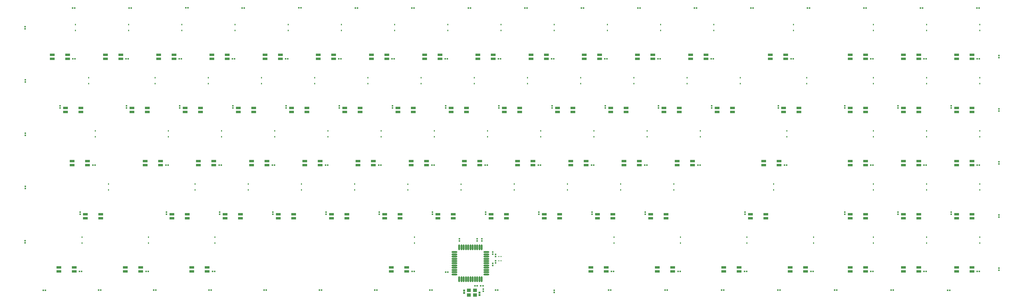
<source format=gbp>
G04*
G04 #@! TF.GenerationSoftware,Altium Limited,Altium Designer,21.2.2 (38)*
G04*
G04 Layer_Color=128*
%FSLAX25Y25*%
%MOIN*%
G70*
G04*
G04 #@! TF.SameCoordinates,D2681F19-CCD1-4E4B-9F87-FD34C08DC50C*
G04*
G04*
G04 #@! TF.FilePolarity,Positive*
G04*
G01*
G75*
%ADD13R,0.07087X0.03228*%
%ADD33R,0.05512X0.04724*%
%ADD34R,0.02520X0.02677*%
%ADD35R,0.02047X0.02205*%
%ADD36R,0.01772X0.02323*%
%ADD37R,0.01772X0.01772*%
%ADD38R,0.02165X0.02165*%
%ADD39O,0.02362X0.08071*%
%ADD40O,0.08071X0.02362*%
%ADD41R,0.02205X0.02047*%
D13*
X219047Y113539D02*
D03*
Y119051D02*
D03*
X240700Y113539D02*
D03*
Y119051D02*
D03*
X537803Y263539D02*
D03*
Y269051D02*
D03*
X559457Y263539D02*
D03*
Y269051D02*
D03*
X294047Y113539D02*
D03*
Y119051D02*
D03*
X315700Y113539D02*
D03*
Y119051D02*
D03*
X237802Y263539D02*
D03*
Y269051D02*
D03*
X259456Y263539D02*
D03*
Y269051D02*
D03*
X444047Y113539D02*
D03*
Y119051D02*
D03*
X465701Y113539D02*
D03*
Y119051D02*
D03*
X1250303Y113539D02*
D03*
Y119051D02*
D03*
X1271957Y113539D02*
D03*
Y119051D02*
D03*
X612803Y263539D02*
D03*
Y269051D02*
D03*
X634457Y263539D02*
D03*
Y269051D02*
D03*
X69046Y263539D02*
D03*
Y269051D02*
D03*
X90700Y263539D02*
D03*
Y269051D02*
D03*
X462803Y263539D02*
D03*
Y269051D02*
D03*
X484457Y263539D02*
D03*
Y269051D02*
D03*
X550075Y44050D02*
D03*
Y38539D02*
D03*
X528421Y44050D02*
D03*
Y38539D02*
D03*
X1325303Y113539D02*
D03*
Y119051D02*
D03*
X1346957Y113539D02*
D03*
Y119051D02*
D03*
X1175303Y113539D02*
D03*
Y119051D02*
D03*
X1196957Y113539D02*
D03*
Y119051D02*
D03*
X1346957Y194051D02*
D03*
Y188539D02*
D03*
X1325303Y194051D02*
D03*
Y188539D02*
D03*
X1271957Y194051D02*
D03*
Y188539D02*
D03*
X1250303Y194051D02*
D03*
Y188539D02*
D03*
X1196957Y194051D02*
D03*
Y188539D02*
D03*
X1175303Y194051D02*
D03*
Y188539D02*
D03*
X278200Y194051D02*
D03*
Y188539D02*
D03*
X256547Y194051D02*
D03*
Y188539D02*
D03*
X925075Y44050D02*
D03*
Y38539D02*
D03*
X903421Y44050D02*
D03*
Y38539D02*
D03*
X1034674Y113539D02*
D03*
Y119051D02*
D03*
X1056327Y113539D02*
D03*
Y119051D02*
D03*
X1346957Y44050D02*
D03*
Y38539D02*
D03*
X1325303Y44050D02*
D03*
Y38539D02*
D03*
X1112575Y44050D02*
D03*
Y38539D02*
D03*
X1090921Y44050D02*
D03*
Y38539D02*
D03*
X831327Y44050D02*
D03*
Y38539D02*
D03*
X809674Y44050D02*
D03*
Y38539D02*
D03*
X387803Y263539D02*
D03*
Y269051D02*
D03*
X409457Y263539D02*
D03*
Y269051D02*
D03*
X162802Y263539D02*
D03*
Y269051D02*
D03*
X184456Y263539D02*
D03*
Y269051D02*
D03*
X1346957Y344056D02*
D03*
Y338544D02*
D03*
X1325303Y344056D02*
D03*
Y338544D02*
D03*
Y263539D02*
D03*
Y269051D02*
D03*
X1346957Y263539D02*
D03*
Y269051D02*
D03*
X837803Y263539D02*
D03*
Y269051D02*
D03*
X859457Y263539D02*
D03*
Y269051D02*
D03*
X762803Y263539D02*
D03*
Y269051D02*
D03*
X784457Y263539D02*
D03*
Y269051D02*
D03*
X593969Y113503D02*
D03*
Y119015D02*
D03*
X615623Y113503D02*
D03*
Y119015D02*
D03*
X1018827Y44050D02*
D03*
Y38539D02*
D03*
X997174Y44050D02*
D03*
Y38539D02*
D03*
X669047Y113539D02*
D03*
Y119051D02*
D03*
X690701Y113539D02*
D03*
Y119051D02*
D03*
X175075Y44050D02*
D03*
Y38539D02*
D03*
X153422Y44050D02*
D03*
Y38539D02*
D03*
X97171Y113539D02*
D03*
Y119051D02*
D03*
X118825Y113539D02*
D03*
Y119051D02*
D03*
X1196957Y44050D02*
D03*
Y38539D02*
D03*
X1175303Y44050D02*
D03*
Y38539D02*
D03*
X81325Y44050D02*
D03*
Y38539D02*
D03*
X59671Y44050D02*
D03*
Y38539D02*
D03*
X268825Y44050D02*
D03*
Y38539D02*
D03*
X247172Y44050D02*
D03*
Y38539D02*
D03*
X803201Y194051D02*
D03*
Y188539D02*
D03*
X781547Y194051D02*
D03*
Y188539D02*
D03*
X728201Y194051D02*
D03*
Y188539D02*
D03*
X706547Y194051D02*
D03*
Y188539D02*
D03*
X653201Y194051D02*
D03*
Y188539D02*
D03*
X631547Y194051D02*
D03*
Y188539D02*
D03*
X1196957Y344056D02*
D03*
Y338544D02*
D03*
X1175303Y344056D02*
D03*
Y338544D02*
D03*
X687803Y263539D02*
D03*
Y269051D02*
D03*
X709457Y263539D02*
D03*
Y269051D02*
D03*
X1271957Y344056D02*
D03*
Y338544D02*
D03*
X1250303Y344056D02*
D03*
Y338544D02*
D03*
X578201Y194051D02*
D03*
Y188539D02*
D03*
X556547Y194051D02*
D03*
Y188539D02*
D03*
X503201Y194051D02*
D03*
Y188539D02*
D03*
X481547Y194051D02*
D03*
Y188539D02*
D03*
X428201Y194051D02*
D03*
Y188539D02*
D03*
X406547Y194051D02*
D03*
Y188539D02*
D03*
X71955Y344056D02*
D03*
Y338544D02*
D03*
X50302Y344056D02*
D03*
Y338544D02*
D03*
X1075075Y194051D02*
D03*
Y188539D02*
D03*
X1053421Y194051D02*
D03*
Y188539D02*
D03*
X1250303Y263539D02*
D03*
Y269051D02*
D03*
X1271957Y263539D02*
D03*
Y269051D02*
D03*
X312802Y263539D02*
D03*
Y269051D02*
D03*
X334456Y263539D02*
D03*
Y269051D02*
D03*
X1271957Y44050D02*
D03*
Y38539D02*
D03*
X1250303Y44050D02*
D03*
Y38539D02*
D03*
X1175303Y263539D02*
D03*
Y269051D02*
D03*
X1196957Y263539D02*
D03*
Y269051D02*
D03*
X353200Y194051D02*
D03*
Y188539D02*
D03*
X331547Y194051D02*
D03*
Y188539D02*
D03*
X100075Y194051D02*
D03*
Y188539D02*
D03*
X78421Y194051D02*
D03*
Y188539D02*
D03*
X369047Y113539D02*
D03*
Y119051D02*
D03*
X390701Y113539D02*
D03*
Y119051D02*
D03*
X1084457Y344056D02*
D03*
Y338544D02*
D03*
X1062803Y344056D02*
D03*
Y338544D02*
D03*
X518952Y113503D02*
D03*
Y119015D02*
D03*
X540606Y113503D02*
D03*
Y119015D02*
D03*
X203200Y194051D02*
D03*
Y188539D02*
D03*
X181547Y194051D02*
D03*
Y188539D02*
D03*
X987803Y263539D02*
D03*
Y269051D02*
D03*
X1009457Y263539D02*
D03*
Y269051D02*
D03*
X1081548Y263539D02*
D03*
Y269051D02*
D03*
X1103201Y263539D02*
D03*
Y269051D02*
D03*
X912803Y263539D02*
D03*
Y269051D02*
D03*
X934457Y263539D02*
D03*
Y269051D02*
D03*
X971957Y344056D02*
D03*
Y338544D02*
D03*
X950303Y344056D02*
D03*
Y338544D02*
D03*
X878201Y194051D02*
D03*
Y188539D02*
D03*
X856548Y194051D02*
D03*
Y188539D02*
D03*
X894048Y113539D02*
D03*
Y119051D02*
D03*
X915701Y113539D02*
D03*
Y119051D02*
D03*
X819048Y113539D02*
D03*
Y119051D02*
D03*
X840701Y113539D02*
D03*
Y119051D02*
D03*
X896957Y344056D02*
D03*
Y338544D02*
D03*
X875303Y344056D02*
D03*
Y338544D02*
D03*
X744047Y113539D02*
D03*
Y119051D02*
D03*
X765701Y113539D02*
D03*
Y119051D02*
D03*
X953201Y194051D02*
D03*
Y188539D02*
D03*
X931548Y194051D02*
D03*
Y188539D02*
D03*
X746957Y344056D02*
D03*
Y338544D02*
D03*
X725303Y344056D02*
D03*
Y338544D02*
D03*
X671949Y344056D02*
D03*
Y338544D02*
D03*
X650295Y344056D02*
D03*
Y338544D02*
D03*
X596949Y344056D02*
D03*
Y338544D02*
D03*
X575295Y344056D02*
D03*
Y338544D02*
D03*
X521957Y344056D02*
D03*
Y338544D02*
D03*
X500303Y344056D02*
D03*
Y338544D02*
D03*
X446949Y344056D02*
D03*
Y338544D02*
D03*
X425295Y344056D02*
D03*
Y338544D02*
D03*
X371941Y344056D02*
D03*
Y338544D02*
D03*
X350288Y344056D02*
D03*
Y338544D02*
D03*
X296948Y344056D02*
D03*
Y338544D02*
D03*
X275294Y344056D02*
D03*
Y338544D02*
D03*
X221948Y344056D02*
D03*
Y338544D02*
D03*
X200294Y344056D02*
D03*
Y338544D02*
D03*
X146948Y344056D02*
D03*
Y338544D02*
D03*
X125294Y344056D02*
D03*
Y338544D02*
D03*
X821957Y344056D02*
D03*
Y338544D02*
D03*
X800303Y344056D02*
D03*
Y338544D02*
D03*
D33*
X637669Y5054D02*
D03*
Y11746D02*
D03*
X646331D02*
D03*
Y5054D02*
D03*
D34*
X631000Y11532D02*
D03*
Y8068D02*
D03*
X652600Y5000D02*
D03*
Y8465D02*
D03*
D35*
X675400Y53535D02*
D03*
Y50465D02*
D03*
X1385200Y340204D02*
D03*
Y343196D02*
D03*
X1385200Y267791D02*
D03*
Y264798D02*
D03*
X1385228Y193219D02*
D03*
Y190226D02*
D03*
Y118219D02*
D03*
Y115226D02*
D03*
Y43219D02*
D03*
Y40227D02*
D03*
X758029Y11944D02*
D03*
Y8952D02*
D03*
X12224Y78886D02*
D03*
Y81878D02*
D03*
X12428Y155571D02*
D03*
Y158563D02*
D03*
Y230471D02*
D03*
Y233463D02*
D03*
Y305771D02*
D03*
Y308763D02*
D03*
X12162Y380650D02*
D03*
Y383642D02*
D03*
X624269Y81504D02*
D03*
Y84496D02*
D03*
X671300Y46904D02*
D03*
Y49896D02*
D03*
Y65696D02*
D03*
Y62704D02*
D03*
X656000Y84496D02*
D03*
Y81504D02*
D03*
X649400Y81504D02*
D03*
Y84496D02*
D03*
X675415Y59419D02*
D03*
Y62490D02*
D03*
X658000Y10504D02*
D03*
Y13496D02*
D03*
X61500Y272196D02*
D03*
Y269204D02*
D03*
X586423Y122161D02*
D03*
Y119169D02*
D03*
X511406Y122161D02*
D03*
Y119169D02*
D03*
X530257Y272196D02*
D03*
Y269204D02*
D03*
X980257Y272196D02*
D03*
Y269204D02*
D03*
X1074001Y272196D02*
D03*
Y269204D02*
D03*
X905257Y272196D02*
D03*
Y269204D02*
D03*
X211500Y122196D02*
D03*
Y119204D02*
D03*
X286500Y122196D02*
D03*
Y119204D02*
D03*
X230256Y272196D02*
D03*
Y269204D02*
D03*
X436501Y122196D02*
D03*
Y119204D02*
D03*
X1242757Y122196D02*
D03*
Y119204D02*
D03*
X605257Y272196D02*
D03*
Y269204D02*
D03*
X455257Y272196D02*
D03*
Y269204D02*
D03*
X1317757Y122196D02*
D03*
Y119204D02*
D03*
X1167757Y122196D02*
D03*
Y119204D02*
D03*
X1027127Y122196D02*
D03*
Y119204D02*
D03*
X380257Y272196D02*
D03*
Y269204D02*
D03*
X155256Y272196D02*
D03*
Y269204D02*
D03*
X1317757Y272196D02*
D03*
Y269204D02*
D03*
X830257Y272196D02*
D03*
Y269204D02*
D03*
X755257Y272196D02*
D03*
Y269204D02*
D03*
X661501Y122196D02*
D03*
Y119204D02*
D03*
X89625Y122196D02*
D03*
Y119204D02*
D03*
X680257Y272196D02*
D03*
Y269204D02*
D03*
X1242757Y272196D02*
D03*
Y269204D02*
D03*
X305256Y272196D02*
D03*
Y269204D02*
D03*
X1167757Y272196D02*
D03*
Y269204D02*
D03*
X361501Y122196D02*
D03*
Y119204D02*
D03*
X886501Y122196D02*
D03*
Y119204D02*
D03*
X811501Y122196D02*
D03*
Y119204D02*
D03*
X736501Y122196D02*
D03*
Y119204D02*
D03*
D36*
X251745Y161648D02*
D03*
Y153341D02*
D03*
X457994Y386653D02*
D03*
Y378346D02*
D03*
X626668Y153306D02*
D03*
Y161613D02*
D03*
X551650Y153306D02*
D03*
Y161613D02*
D03*
X570502Y303341D02*
D03*
Y311648D02*
D03*
X589246Y228341D02*
D03*
Y236648D02*
D03*
X1020502Y303341D02*
D03*
Y311648D02*
D03*
X1114246Y303341D02*
D03*
Y311648D02*
D03*
X945502Y303341D02*
D03*
Y311648D02*
D03*
X326745Y153341D02*
D03*
Y161648D02*
D03*
X270500Y303341D02*
D03*
Y311648D02*
D03*
X476746Y153341D02*
D03*
Y161648D02*
D03*
X1283002Y153341D02*
D03*
Y161648D02*
D03*
X645502Y303341D02*
D03*
Y311648D02*
D03*
X101744Y303341D02*
D03*
Y311648D02*
D03*
X495502Y303341D02*
D03*
Y311648D02*
D03*
X561120Y78341D02*
D03*
Y86648D02*
D03*
X1358002Y153341D02*
D03*
Y161648D02*
D03*
X1208002Y153341D02*
D03*
Y161648D02*
D03*
X1358002Y228341D02*
D03*
Y236648D02*
D03*
X1283002Y228341D02*
D03*
Y236648D02*
D03*
X1208002Y228341D02*
D03*
Y236648D02*
D03*
X289245Y228341D02*
D03*
Y236648D02*
D03*
X936120Y78341D02*
D03*
Y86648D02*
D03*
X1067372Y153341D02*
D03*
Y161648D02*
D03*
X1358002Y78341D02*
D03*
Y86648D02*
D03*
X1123620Y78341D02*
D03*
Y86648D02*
D03*
X842372Y78341D02*
D03*
Y86648D02*
D03*
X420502Y303341D02*
D03*
Y311648D02*
D03*
X195500Y303341D02*
D03*
Y311648D02*
D03*
X1358002Y378346D02*
D03*
Y386653D02*
D03*
Y303341D02*
D03*
Y311648D02*
D03*
X870502Y303341D02*
D03*
Y311648D02*
D03*
X795502Y303341D02*
D03*
Y311648D02*
D03*
X1029872Y78341D02*
D03*
Y86648D02*
D03*
X701746Y153341D02*
D03*
Y161648D02*
D03*
X186120Y78341D02*
D03*
Y86648D02*
D03*
X129869Y153341D02*
D03*
Y161648D02*
D03*
X1208002Y78341D02*
D03*
Y86648D02*
D03*
X92369Y78341D02*
D03*
Y86648D02*
D03*
X279870Y78341D02*
D03*
Y86648D02*
D03*
X814246Y228341D02*
D03*
Y236648D02*
D03*
X739246Y228341D02*
D03*
Y236648D02*
D03*
X664246Y228341D02*
D03*
Y236648D02*
D03*
X1208002Y378346D02*
D03*
Y386653D02*
D03*
X720502Y303341D02*
D03*
Y311648D02*
D03*
X1283002Y378346D02*
D03*
Y386653D02*
D03*
X514246Y228341D02*
D03*
Y236648D02*
D03*
X439246Y228341D02*
D03*
Y236648D02*
D03*
X83000Y378346D02*
D03*
Y386653D02*
D03*
X1086120Y228341D02*
D03*
Y236648D02*
D03*
X1283002Y303341D02*
D03*
Y311648D02*
D03*
X345500Y303341D02*
D03*
Y311648D02*
D03*
X1283002Y78341D02*
D03*
Y86648D02*
D03*
X1208002Y303341D02*
D03*
Y311648D02*
D03*
X364245Y228341D02*
D03*
Y236648D02*
D03*
X111119Y228341D02*
D03*
Y236648D02*
D03*
X401746Y153341D02*
D03*
Y161648D02*
D03*
X1095502Y378346D02*
D03*
Y386653D02*
D03*
X214245Y228341D02*
D03*
Y236648D02*
D03*
X983002Y378346D02*
D03*
Y386653D02*
D03*
X889246Y228341D02*
D03*
Y236648D02*
D03*
X758002Y378346D02*
D03*
Y386653D02*
D03*
X682994Y378346D02*
D03*
Y386653D02*
D03*
X607994Y378346D02*
D03*
Y386653D02*
D03*
X533002Y378346D02*
D03*
Y386653D02*
D03*
X382986Y378346D02*
D03*
Y386653D02*
D03*
X307993Y378346D02*
D03*
Y386653D02*
D03*
X232993Y378346D02*
D03*
Y386653D02*
D03*
X157992Y378346D02*
D03*
Y386653D02*
D03*
X833002Y378346D02*
D03*
Y386653D02*
D03*
X926746Y153341D02*
D03*
Y161648D02*
D03*
X851746Y153341D02*
D03*
Y161648D02*
D03*
X908002Y378346D02*
D03*
Y386653D02*
D03*
X776746Y153341D02*
D03*
Y161648D02*
D03*
X964246Y228341D02*
D03*
Y236648D02*
D03*
D37*
X679925Y53600D02*
D03*
X683075D02*
D03*
Y59400D02*
D03*
X679925D02*
D03*
D38*
X654328Y18000D02*
D03*
X657872D02*
D03*
D39*
X655748Y72441D02*
D03*
X652598D02*
D03*
X649449D02*
D03*
X646299D02*
D03*
X643150D02*
D03*
X640000D02*
D03*
X636850D02*
D03*
X633701D02*
D03*
X630551D02*
D03*
X627402D02*
D03*
X624252D02*
D03*
Y27559D02*
D03*
X627402D02*
D03*
X630551D02*
D03*
X633701D02*
D03*
X636850D02*
D03*
X640000D02*
D03*
X643150D02*
D03*
X646299D02*
D03*
X649449D02*
D03*
X652598D02*
D03*
X655748D02*
D03*
D40*
X617559Y65748D02*
D03*
Y62598D02*
D03*
Y59449D02*
D03*
Y56299D02*
D03*
Y53150D02*
D03*
Y50000D02*
D03*
Y46850D02*
D03*
Y43701D02*
D03*
Y40551D02*
D03*
Y37402D02*
D03*
Y34252D02*
D03*
X662441D02*
D03*
Y37402D02*
D03*
Y40551D02*
D03*
Y43701D02*
D03*
Y46850D02*
D03*
Y50000D02*
D03*
Y53150D02*
D03*
Y56299D02*
D03*
Y59449D02*
D03*
Y62598D02*
D03*
Y65748D02*
D03*
D41*
X1357163Y410272D02*
D03*
X1354171D02*
D03*
X1315857Y11928D02*
D03*
X1312865D02*
D03*
X1233133Y11972D02*
D03*
X1236125D02*
D03*
X1156438D02*
D03*
X1153446D02*
D03*
X1076383D02*
D03*
X1073391D02*
D03*
X997063D02*
D03*
X994071D02*
D03*
X917375D02*
D03*
X914383D02*
D03*
X837688D02*
D03*
X834696D02*
D03*
X678313D02*
D03*
X675321D02*
D03*
X585813D02*
D03*
X582821D02*
D03*
X507956D02*
D03*
X504964D02*
D03*
X430099D02*
D03*
X427107D02*
D03*
X352241D02*
D03*
X349249D02*
D03*
X274384D02*
D03*
X271392D02*
D03*
X196527D02*
D03*
X193535D02*
D03*
X118670D02*
D03*
X115678D02*
D03*
X40729Y11928D02*
D03*
X37737D02*
D03*
X78971Y410272D02*
D03*
X81963D02*
D03*
X158871D02*
D03*
X161863D02*
D03*
X238771Y410372D02*
D03*
X241763D02*
D03*
X318171Y410172D02*
D03*
X321163D02*
D03*
X398171Y410372D02*
D03*
X401163D02*
D03*
X477671Y409972D02*
D03*
X480663D02*
D03*
X557271Y410272D02*
D03*
X560263D02*
D03*
X636971D02*
D03*
X639963D02*
D03*
X716919Y410305D02*
D03*
X719911D02*
D03*
X796471Y410172D02*
D03*
X799463D02*
D03*
X876250Y410146D02*
D03*
X879243D02*
D03*
X955803Y410138D02*
D03*
X958795D02*
D03*
X1035349Y410166D02*
D03*
X1038341D02*
D03*
X1114971Y410262D02*
D03*
X1117963D02*
D03*
X1194812Y410228D02*
D03*
X1197804D02*
D03*
X1274500D02*
D03*
X1277492D02*
D03*
X454498Y338500D02*
D03*
X457490D02*
D03*
X646404Y18200D02*
D03*
X649396D02*
D03*
X605004Y37400D02*
D03*
X607996D02*
D03*
X588742Y188495D02*
D03*
X585750D02*
D03*
X560616Y38495D02*
D03*
X557624D02*
D03*
X1357498Y188495D02*
D03*
X1354506D02*
D03*
X1282498D02*
D03*
X1279506D02*
D03*
X1207498D02*
D03*
X1204506D02*
D03*
X288741D02*
D03*
X285749D02*
D03*
X935616Y38495D02*
D03*
X932624D02*
D03*
X1357498D02*
D03*
X1354506D02*
D03*
X1123116D02*
D03*
X1120124D02*
D03*
X841868D02*
D03*
X838876D02*
D03*
X1357498Y338500D02*
D03*
X1354506D02*
D03*
X1029368Y38495D02*
D03*
X1026376D02*
D03*
X185616D02*
D03*
X182624D02*
D03*
X1207498D02*
D03*
X1204506D02*
D03*
X91865D02*
D03*
X88873D02*
D03*
X279366D02*
D03*
X276374D02*
D03*
X813742Y188495D02*
D03*
X810750D02*
D03*
X738742D02*
D03*
X735750D02*
D03*
X663742D02*
D03*
X660750D02*
D03*
X1207498Y338500D02*
D03*
X1204506D02*
D03*
X1282498D02*
D03*
X1279506D02*
D03*
X513742Y188495D02*
D03*
X510750D02*
D03*
X438742D02*
D03*
X435750D02*
D03*
X82496Y338500D02*
D03*
X79504D02*
D03*
X1085616Y188495D02*
D03*
X1082624D02*
D03*
X1282498Y38495D02*
D03*
X1279506D02*
D03*
X363741Y188495D02*
D03*
X360749D02*
D03*
X110615D02*
D03*
X107623D02*
D03*
X1094998Y338500D02*
D03*
X1092006D02*
D03*
X213741Y188495D02*
D03*
X210749D02*
D03*
X982498Y338500D02*
D03*
X979506D02*
D03*
X888742Y188495D02*
D03*
X885750D02*
D03*
X757498Y338500D02*
D03*
X754505D02*
D03*
X682490D02*
D03*
X679498D02*
D03*
X607490D02*
D03*
X604498D02*
D03*
X532498D02*
D03*
X529505D02*
D03*
X382482D02*
D03*
X379490D02*
D03*
X307489D02*
D03*
X304497D02*
D03*
X232489D02*
D03*
X229497D02*
D03*
X157489D02*
D03*
X154497D02*
D03*
X832498D02*
D03*
X829506D02*
D03*
X907498D02*
D03*
X904506D02*
D03*
X963742Y188495D02*
D03*
X960750D02*
D03*
M02*

</source>
